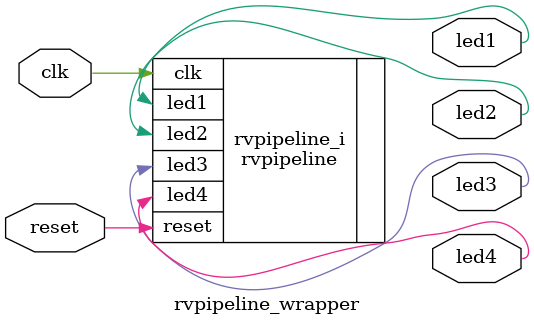
<source format=v>
`timescale 1 ps / 1 ps

module rvpipeline_wrapper
   (clk,
    led1,
    led2,
    led3,
    led4,
    reset);
  input clk;
  output led1;
  output led2;
  output led3;
  output led4;
  input reset;

  wire clk;
  wire led1;
  wire led2;
  wire led3;
  wire led4;
  wire reset;

  rvpipeline rvpipeline_i
       (.clk(clk),
        .led1(led1),
        .led2(led2),
        .led3(led3),
        .led4(led4),
        .reset(reset));
endmodule

</source>
